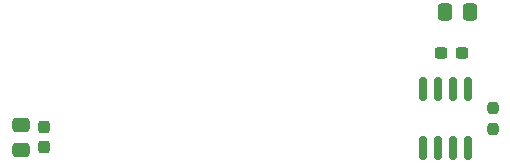
<source format=gbr>
%TF.GenerationSoftware,KiCad,Pcbnew,8.0.5*%
%TF.CreationDate,2024-12-28T23:53:34+01:00*%
%TF.ProjectId,LM399_voltage_reference,4c4d3339-395f-4766-9f6c-746167655f72,rev?*%
%TF.SameCoordinates,Original*%
%TF.FileFunction,Paste,Top*%
%TF.FilePolarity,Positive*%
%FSLAX46Y46*%
G04 Gerber Fmt 4.6, Leading zero omitted, Abs format (unit mm)*
G04 Created by KiCad (PCBNEW 8.0.5) date 2024-12-28 23:53:34*
%MOMM*%
%LPD*%
G01*
G04 APERTURE LIST*
G04 Aperture macros list*
%AMRoundRect*
0 Rectangle with rounded corners*
0 $1 Rounding radius*
0 $2 $3 $4 $5 $6 $7 $8 $9 X,Y pos of 4 corners*
0 Add a 4 corners polygon primitive as box body*
4,1,4,$2,$3,$4,$5,$6,$7,$8,$9,$2,$3,0*
0 Add four circle primitives for the rounded corners*
1,1,$1+$1,$2,$3*
1,1,$1+$1,$4,$5*
1,1,$1+$1,$6,$7*
1,1,$1+$1,$8,$9*
0 Add four rect primitives between the rounded corners*
20,1,$1+$1,$2,$3,$4,$5,0*
20,1,$1+$1,$4,$5,$6,$7,0*
20,1,$1+$1,$6,$7,$8,$9,0*
20,1,$1+$1,$8,$9,$2,$3,0*%
G04 Aperture macros list end*
%ADD10RoundRect,0.237500X0.237500X-0.250000X0.237500X0.250000X-0.237500X0.250000X-0.237500X-0.250000X0*%
%ADD11RoundRect,0.237500X-0.300000X-0.237500X0.300000X-0.237500X0.300000X0.237500X-0.300000X0.237500X0*%
%ADD12RoundRect,0.150000X0.150000X-0.825000X0.150000X0.825000X-0.150000X0.825000X-0.150000X-0.825000X0*%
%ADD13RoundRect,0.250000X-0.475000X0.337500X-0.475000X-0.337500X0.475000X-0.337500X0.475000X0.337500X0*%
%ADD14RoundRect,0.237500X-0.237500X0.300000X-0.237500X-0.300000X0.237500X-0.300000X0.237500X0.300000X0*%
%ADD15RoundRect,0.250000X-0.337500X-0.475000X0.337500X-0.475000X0.337500X0.475000X-0.337500X0.475000X0*%
G04 APERTURE END LIST*
D10*
%TO.C,R1*%
X230965000Y-99812500D03*
X230965000Y-97987500D03*
%TD*%
D11*
%TO.C,C4*%
X226602500Y-93400000D03*
X228327500Y-93400000D03*
%TD*%
D12*
%TO.C,U2*%
X225060000Y-101375000D03*
X226330000Y-101375000D03*
X227600000Y-101375000D03*
X228870000Y-101375000D03*
X228870000Y-96425000D03*
X227600000Y-96425000D03*
X226330000Y-96425000D03*
X225060000Y-96425000D03*
%TD*%
D13*
%TO.C,C3*%
X191000000Y-99462500D03*
X191000000Y-101537500D03*
%TD*%
D14*
%TO.C,C1*%
X193000000Y-99637500D03*
X193000000Y-101362500D03*
%TD*%
D15*
%TO.C,C2*%
X226927500Y-89900000D03*
X229002500Y-89900000D03*
%TD*%
M02*

</source>
